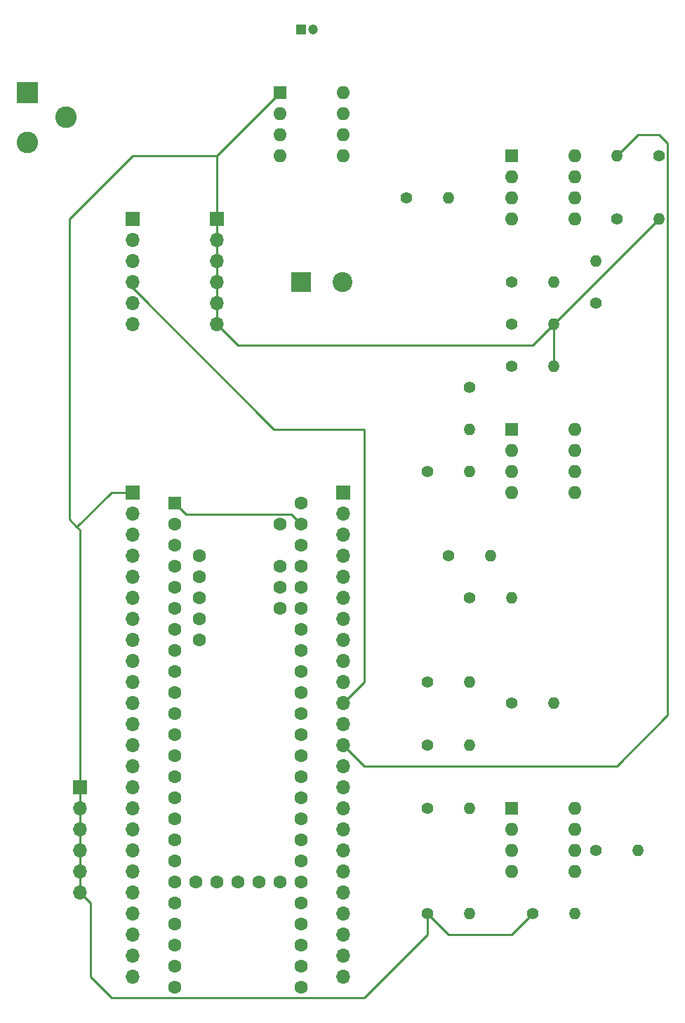
<source format=gbr>
%TF.GenerationSoftware,KiCad,Pcbnew,(5.1.10)-1*%
%TF.CreationDate,2021-10-06T15:46:29-04:00*%
%TF.ProjectId,dynamic clamp pcb,64796e61-6d69-4632-9063-6c616d702070,rev?*%
%TF.SameCoordinates,Original*%
%TF.FileFunction,Copper,L2,Bot*%
%TF.FilePolarity,Positive*%
%FSLAX46Y46*%
G04 Gerber Fmt 4.6, Leading zero omitted, Abs format (unit mm)*
G04 Created by KiCad (PCBNEW (5.1.10)-1) date 2021-10-06 15:46:29*
%MOMM*%
%LPD*%
G01*
G04 APERTURE LIST*
%TA.AperFunction,ComponentPad*%
%ADD10R,2.600000X2.600000*%
%TD*%
%TA.AperFunction,ComponentPad*%
%ADD11C,2.600000*%
%TD*%
%TA.AperFunction,ComponentPad*%
%ADD12R,2.400000X2.400000*%
%TD*%
%TA.AperFunction,ComponentPad*%
%ADD13C,2.400000*%
%TD*%
%TA.AperFunction,ComponentPad*%
%ADD14R,1.200000X1.200000*%
%TD*%
%TA.AperFunction,ComponentPad*%
%ADD15C,1.200000*%
%TD*%
%TA.AperFunction,ComponentPad*%
%ADD16R,1.700000X1.700000*%
%TD*%
%TA.AperFunction,ComponentPad*%
%ADD17O,1.700000X1.700000*%
%TD*%
%TA.AperFunction,ComponentPad*%
%ADD18O,1.400000X1.400000*%
%TD*%
%TA.AperFunction,ComponentPad*%
%ADD19C,1.400000*%
%TD*%
%TA.AperFunction,ComponentPad*%
%ADD20R,1.600000X1.600000*%
%TD*%
%TA.AperFunction,ComponentPad*%
%ADD21O,1.600000X1.600000*%
%TD*%
%TA.AperFunction,ComponentPad*%
%ADD22C,1.600000*%
%TD*%
%TA.AperFunction,Conductor*%
%ADD23C,0.250000*%
%TD*%
G04 APERTURE END LIST*
D10*
%TO.P,J2,1*%
%TO.N,-9V*%
X48260000Y-35560000D03*
D11*
%TO.P,J2,2*%
%TO.N,+9V*%
X48260000Y-41560000D03*
%TO.P,J2,3*%
%TO.N,N/C*%
X52960000Y-38560000D03*
%TD*%
D12*
%TO.P,C1,1*%
%TO.N,+9V*%
X81280000Y-58420000D03*
D13*
%TO.P,C1,2*%
%TO.N,-9V*%
X86280000Y-58420000D03*
%TD*%
D14*
%TO.P,C2,1*%
%TO.N,Net-(C2-Pad1)*%
X81280000Y-27940000D03*
D15*
%TO.P,C2,2*%
%TO.N,-9V*%
X82780000Y-27940000D03*
%TD*%
D16*
%TO.P,J1,1*%
%TO.N,0*%
X54610000Y-119380000D03*
D17*
%TO.P,J1,2*%
X54610000Y-121920000D03*
%TO.P,J1,3*%
X54610000Y-124460000D03*
%TO.P,J1,4*%
X54610000Y-127000000D03*
%TO.P,J1,5*%
X54610000Y-129540000D03*
%TO.P,J1,6*%
X54610000Y-132080000D03*
%TD*%
D16*
%TO.P,J4,1*%
%TO.N,Net-(J4-Pad1)*%
X60960000Y-50800000D03*
D17*
%TO.P,J4,2*%
%TO.N,Net-(J4-Pad2)*%
X60960000Y-53340000D03*
%TO.P,J4,3*%
%TO.N,Net-(J4-Pad3)*%
X60960000Y-55880000D03*
%TO.P,J4,4*%
%TO.N,Net-(J4-Pad4)*%
X60960000Y-58420000D03*
%TO.P,J4,5*%
%TO.N,N/C*%
X60960000Y-60960000D03*
%TO.P,J4,6*%
X60960000Y-63500000D03*
%TD*%
%TO.P,J6,24*%
%TO.N,Net-(J6-Pad24)*%
X60960000Y-142240000D03*
%TO.P,J6,23*%
%TO.N,Net-(J6-Pad23)*%
X60960000Y-139700000D03*
%TO.P,J6,22*%
%TO.N,Net-(J6-Pad22)*%
X60960000Y-137160000D03*
%TO.P,J6,21*%
%TO.N,Net-(J6-Pad21)*%
X60960000Y-134620000D03*
%TO.P,J6,20*%
%TO.N,Net-(J6-Pad20)*%
X60960000Y-132080000D03*
%TO.P,J6,19*%
%TO.N,Net-(J6-Pad19)*%
X60960000Y-129540000D03*
%TO.P,J6,18*%
%TO.N,Net-(J6-Pad18)*%
X60960000Y-127000000D03*
%TO.P,J6,17*%
%TO.N,Net-(J6-Pad17)*%
X60960000Y-124460000D03*
%TO.P,J6,16*%
%TO.N,Net-(J6-Pad16)*%
X60960000Y-121920000D03*
%TO.P,J6,15*%
%TO.N,Net-(J6-Pad15)*%
X60960000Y-119380000D03*
%TO.P,J6,14*%
%TO.N,Net-(J6-Pad14)*%
X60960000Y-116840000D03*
%TO.P,J6,13*%
%TO.N,Net-(J6-Pad13)*%
X60960000Y-114300000D03*
%TO.P,J6,12*%
%TO.N,Net-(J6-Pad12)*%
X60960000Y-111760000D03*
%TO.P,J6,11*%
%TO.N,Net-(J6-Pad11)*%
X60960000Y-109220000D03*
%TO.P,J6,10*%
%TO.N,Net-(J6-Pad10)*%
X60960000Y-106680000D03*
%TO.P,J6,9*%
%TO.N,Net-(J6-Pad9)*%
X60960000Y-104140000D03*
%TO.P,J6,8*%
%TO.N,Net-(J6-Pad8)*%
X60960000Y-101600000D03*
%TO.P,J6,7*%
%TO.N,Net-(J6-Pad7)*%
X60960000Y-99060000D03*
%TO.P,J6,6*%
%TO.N,Net-(J6-Pad6)*%
X60960000Y-96520000D03*
%TO.P,J6,5*%
%TO.N,Net-(J6-Pad5)*%
X60960000Y-93980000D03*
%TO.P,J6,4*%
%TO.N,Net-(J6-Pad4)*%
X60960000Y-91440000D03*
%TO.P,J6,3*%
%TO.N,Net-(J6-Pad3)*%
X60960000Y-88900000D03*
%TO.P,J6,2*%
%TO.N,Net-(J6-Pad2)*%
X60960000Y-86360000D03*
D16*
%TO.P,J6,1*%
%TO.N,0*%
X60960000Y-83820000D03*
%TD*%
%TO.P,J7,1*%
%TO.N,Net-(J7-Pad1)*%
X86360000Y-83820000D03*
D17*
%TO.P,J7,2*%
%TO.N,0*%
X86360000Y-86360000D03*
%TO.P,J7,3*%
%TO.N,Net-(J7-Pad3)*%
X86360000Y-88900000D03*
%TO.P,J7,4*%
%TO.N,Net-(J7-Pad4)*%
X86360000Y-91440000D03*
%TO.P,J7,5*%
%TO.N,Net-(J7-Pad5)*%
X86360000Y-93980000D03*
%TO.P,J7,6*%
%TO.N,Net-(J7-Pad6)*%
X86360000Y-96520000D03*
%TO.P,J7,7*%
%TO.N,Net-(J7-Pad7)*%
X86360000Y-99060000D03*
%TO.P,J7,8*%
%TO.N,Net-(J7-Pad8)*%
X86360000Y-101600000D03*
%TO.P,J7,9*%
%TO.N,Net-(J7-Pad9)*%
X86360000Y-104140000D03*
%TO.P,J7,10*%
%TO.N,Net-(J7-Pad10)*%
X86360000Y-106680000D03*
%TO.P,J7,11*%
%TO.N,Net-(J4-Pad4)*%
X86360000Y-109220000D03*
%TO.P,J7,12*%
%TO.N,Net-(J7-Pad12)*%
X86360000Y-111760000D03*
%TO.P,J7,13*%
%TO.N,Net-(J7-Pad13)*%
X86360000Y-114300000D03*
%TO.P,J7,14*%
%TO.N,Net-(J7-Pad14)*%
X86360000Y-116840000D03*
%TO.P,J7,15*%
%TO.N,Net-(J7-Pad15)*%
X86360000Y-119380000D03*
%TO.P,J7,16*%
%TO.N,Net-(J7-Pad16)*%
X86360000Y-121920000D03*
%TO.P,J7,17*%
%TO.N,Net-(J7-Pad17)*%
X86360000Y-124460000D03*
%TO.P,J7,18*%
%TO.N,Net-(J7-Pad18)*%
X86360000Y-127000000D03*
%TO.P,J7,19*%
%TO.N,Net-(J7-Pad19)*%
X86360000Y-129540000D03*
%TO.P,J7,20*%
%TO.N,Net-(J7-Pad20)*%
X86360000Y-132080000D03*
%TO.P,J7,21*%
%TO.N,Net-(J7-Pad21)*%
X86360000Y-134620000D03*
%TO.P,J7,22*%
%TO.N,Net-(J7-Pad22)*%
X86360000Y-137160000D03*
%TO.P,J7,23*%
%TO.N,Net-(J7-Pad23)*%
X86360000Y-139700000D03*
%TO.P,J7,24*%
%TO.N,Net-(J7-Pad24)*%
X86360000Y-142240000D03*
%TD*%
%TO.P,J5_GND1,6*%
%TO.N,0*%
X71120000Y-63500000D03*
%TO.P,J5_GND1,5*%
X71120000Y-60960000D03*
%TO.P,J5_GND1,4*%
X71120000Y-58420000D03*
%TO.P,J5_GND1,3*%
X71120000Y-55880000D03*
%TO.P,J5_GND1,2*%
X71120000Y-53340000D03*
D16*
%TO.P,J5_GND1,1*%
X71120000Y-50800000D03*
%TD*%
D18*
%TO.P,R1,2*%
%TO.N,Net-(R1-Pad2)*%
X99060000Y-48260000D03*
D19*
%TO.P,R1,1*%
%TO.N,Net-(R1-Pad1)*%
X93980000Y-48260000D03*
%TD*%
D18*
%TO.P,R2,2*%
%TO.N,0*%
X111760000Y-63500000D03*
D19*
%TO.P,R2,1*%
%TO.N,Net-(R1-Pad2)*%
X106680000Y-63500000D03*
%TD*%
%TO.P,R3,1*%
%TO.N,Net-(R1-Pad2)*%
X106680000Y-58420000D03*
D18*
%TO.P,R3,2*%
%TO.N,Net-(R3-Pad2)*%
X111760000Y-58420000D03*
%TD*%
D19*
%TO.P,R4,1*%
%TO.N,+9V*%
X116840000Y-60960000D03*
D18*
%TO.P,R4,2*%
%TO.N,Net-(R3-Pad2)*%
X116840000Y-55880000D03*
%TD*%
%TO.P,R5,2*%
%TO.N,0*%
X124460000Y-50800000D03*
D19*
%TO.P,R5,1*%
%TO.N,Net-(R5-Pad1)*%
X119380000Y-50800000D03*
%TD*%
%TO.P,R6,1*%
%TO.N,Net-(R5-Pad1)*%
X124460000Y-43180000D03*
D18*
%TO.P,R6,2*%
%TO.N,Net-(J7-Pad13)*%
X119380000Y-43180000D03*
%TD*%
D19*
%TO.P,R7,1*%
%TO.N,Net-(J7-Pad17)*%
X96520000Y-81280000D03*
D18*
%TO.P,R7,2*%
%TO.N,Net-(R7-Pad2)*%
X101600000Y-81280000D03*
%TD*%
%TO.P,R8,2*%
%TO.N,Net-(R7-Pad2)*%
X104140000Y-91440000D03*
D19*
%TO.P,R8,1*%
%TO.N,Net-(R18-Pad1)*%
X99060000Y-91440000D03*
%TD*%
%TO.P,R9,1*%
%TO.N,Net-(R10-Pad1)*%
X106680000Y-68580000D03*
D18*
%TO.P,R9,2*%
%TO.N,0*%
X111760000Y-68580000D03*
%TD*%
%TO.P,R10,2*%
%TO.N,Net-(R10-Pad2)*%
X101600000Y-76200000D03*
D19*
%TO.P,R10,1*%
%TO.N,Net-(R10-Pad1)*%
X101600000Y-71120000D03*
%TD*%
%TO.P,R11,1*%
%TO.N,Net-(R10-Pad2)*%
X96520000Y-106680000D03*
D18*
%TO.P,R11,2*%
%TO.N,Net-(R11-Pad2)*%
X101600000Y-106680000D03*
%TD*%
%TO.P,R12,2*%
%TO.N,Net-(J4-Pad2)*%
X101600000Y-121920000D03*
D19*
%TO.P,R12,1*%
%TO.N,Net-(R11-Pad2)*%
X96520000Y-121920000D03*
%TD*%
%TO.P,R13,1*%
%TO.N,Net-(R11-Pad2)*%
X96520000Y-114300000D03*
D18*
%TO.P,R13,2*%
%TO.N,Net-(R13-Pad2)*%
X101600000Y-114300000D03*
%TD*%
%TO.P,R14,2*%
%TO.N,Net-(R14-Pad2)*%
X101600000Y-134620000D03*
D19*
%TO.P,R14,1*%
%TO.N,0*%
X96520000Y-134620000D03*
%TD*%
%TO.P,R15,1*%
%TO.N,Net-(R13-Pad2)*%
X106680000Y-109220000D03*
D18*
%TO.P,R15,2*%
%TO.N,Net-(R15-Pad2)*%
X111760000Y-109220000D03*
%TD*%
D19*
%TO.P,R16,1*%
%TO.N,Net-(R15-Pad2)*%
X116840000Y-127000000D03*
D18*
%TO.P,R16,2*%
%TO.N,Net-(J4-Pad3)*%
X121920000Y-127000000D03*
%TD*%
%TO.P,R17,2*%
%TO.N,Net-(R17-Pad2)*%
X114300000Y-134620000D03*
D19*
%TO.P,R17,1*%
%TO.N,0*%
X109220000Y-134620000D03*
%TD*%
D18*
%TO.P,R18,2*%
%TO.N,-9V*%
X106680000Y-96520000D03*
D19*
%TO.P,R18,1*%
%TO.N,Net-(R18-Pad1)*%
X101600000Y-96520000D03*
%TD*%
D20*
%TO.P,U1,1*%
%TO.N,Net-(R1-Pad1)*%
X106680000Y-43180000D03*
D21*
%TO.P,U1,5*%
%TO.N,Net-(R3-Pad2)*%
X114300000Y-50800000D03*
%TO.P,U1,2*%
%TO.N,Net-(R1-Pad1)*%
X106680000Y-45720000D03*
%TO.P,U1,6*%
%TO.N,Net-(R5-Pad1)*%
X114300000Y-48260000D03*
%TO.P,U1,3*%
%TO.N,Net-(J4-Pad1)*%
X106680000Y-48260000D03*
%TO.P,U1,7*%
%TO.N,Net-(J7-Pad13)*%
X114300000Y-45720000D03*
%TO.P,U1,4*%
%TO.N,-9V*%
X106680000Y-50800000D03*
%TO.P,U1,8*%
%TO.N,+9V*%
X114300000Y-43180000D03*
%TD*%
D20*
%TO.P,U2,1*%
%TO.N,Net-(R10-Pad2)*%
X106680000Y-76200000D03*
D21*
%TO.P,U2,5*%
%TO.N,N/C*%
X114300000Y-83820000D03*
%TO.P,U2,2*%
%TO.N,Net-(R10-Pad1)*%
X106680000Y-78740000D03*
%TO.P,U2,6*%
%TO.N,N/C*%
X114300000Y-81280000D03*
%TO.P,U2,3*%
%TO.N,Net-(R7-Pad2)*%
X106680000Y-81280000D03*
%TO.P,U2,7*%
%TO.N,N/C*%
X114300000Y-78740000D03*
%TO.P,U2,4*%
%TO.N,-9V*%
X106680000Y-83820000D03*
%TO.P,U2,8*%
%TO.N,+9V*%
X114300000Y-76200000D03*
%TD*%
%TO.P,U3,8*%
%TO.N,+9V*%
X114300000Y-121920000D03*
%TO.P,U3,4*%
%TO.N,-9V*%
X106680000Y-129540000D03*
%TO.P,U3,7*%
%TO.N,Net-(J4-Pad3)*%
X114300000Y-124460000D03*
%TO.P,U3,3*%
%TO.N,Net-(R14-Pad2)*%
X106680000Y-127000000D03*
%TO.P,U3,6*%
%TO.N,Net-(R15-Pad2)*%
X114300000Y-127000000D03*
%TO.P,U3,2*%
%TO.N,Net-(R11-Pad2)*%
X106680000Y-124460000D03*
%TO.P,U3,5*%
%TO.N,Net-(R17-Pad2)*%
X114300000Y-129540000D03*
D20*
%TO.P,U3,1*%
%TO.N,Net-(R13-Pad2)*%
X106680000Y-121920000D03*
%TD*%
D21*
%TO.P,U4,8*%
%TO.N,Net-(C2-Pad1)*%
X86360000Y-35560000D03*
%TO.P,U4,4*%
%TO.N,N/C*%
X78740000Y-43180000D03*
%TO.P,U4,7*%
X86360000Y-38100000D03*
%TO.P,U4,3*%
%TO.N,+9V*%
X78740000Y-40640000D03*
%TO.P,U4,6*%
%TO.N,N/C*%
X86360000Y-40640000D03*
%TO.P,U4,2*%
%TO.N,-9V*%
X78740000Y-38100000D03*
%TO.P,U4,5*%
%TO.N,N/C*%
X86360000Y-43180000D03*
D20*
%TO.P,U4,1*%
%TO.N,0*%
X78740000Y-35560000D03*
%TD*%
D22*
%TO.P,U5,17*%
%TO.N,Net-(J6-Pad17)*%
X66040000Y-125730000D03*
%TO.P,U5,18*%
%TO.N,Net-(J6-Pad18)*%
X66040000Y-128270000D03*
%TO.P,U5,19*%
%TO.N,Net-(J6-Pad19)*%
X66040000Y-130810000D03*
%TO.P,U5,20*%
%TO.N,Net-(J6-Pad20)*%
X66040000Y-133350000D03*
%TO.P,U5,16*%
%TO.N,Net-(J6-Pad16)*%
X66040000Y-123190000D03*
%TO.P,U5,15*%
%TO.N,Net-(J6-Pad15)*%
X66040000Y-120650000D03*
%TO.P,U5,14*%
%TO.N,Net-(J6-Pad14)*%
X66040000Y-118110000D03*
%TO.P,U5,21*%
%TO.N,Net-(J6-Pad21)*%
X66040000Y-135890000D03*
%TO.P,U5,22*%
%TO.N,Net-(J6-Pad22)*%
X66040000Y-138430000D03*
%TO.P,U5,23*%
%TO.N,Net-(J6-Pad23)*%
X66040000Y-140970000D03*
%TO.P,U5,24*%
%TO.N,Net-(J6-Pad24)*%
X66040000Y-143510000D03*
%TO.P,U5,25*%
%TO.N,N/C*%
X68580000Y-130810000D03*
%TO.P,U5,26*%
X71120000Y-130810000D03*
%TO.P,U5,27*%
X73660000Y-130810000D03*
%TO.P,U5,28*%
X76200000Y-130810000D03*
%TO.P,U5,29*%
X78740000Y-130810000D03*
%TO.P,U5,30*%
%TO.N,Net-(J7-Pad24)*%
X81280000Y-143510000D03*
%TO.P,U5,31*%
%TO.N,Net-(J7-Pad23)*%
X81280000Y-140970000D03*
%TO.P,U5,32*%
%TO.N,Net-(J7-Pad22)*%
X81280000Y-138430000D03*
%TO.P,U5,33*%
%TO.N,Net-(J7-Pad21)*%
X81280000Y-135890000D03*
%TO.P,U5,34*%
%TO.N,Net-(J7-Pad20)*%
X81280000Y-133350000D03*
%TO.P,U5,35*%
%TO.N,Net-(J7-Pad19)*%
X81280000Y-130810000D03*
%TO.P,U5,36*%
%TO.N,Net-(J7-Pad18)*%
X81280000Y-128270000D03*
%TO.P,U5,37*%
%TO.N,Net-(J7-Pad17)*%
X81280000Y-125730000D03*
%TO.P,U5,13*%
%TO.N,Net-(J6-Pad13)*%
X66040000Y-115570000D03*
%TO.P,U5,12*%
%TO.N,Net-(J6-Pad12)*%
X66040000Y-113030000D03*
%TO.P,U5,11*%
%TO.N,Net-(J6-Pad11)*%
X66040000Y-110490000D03*
%TO.P,U5,10*%
%TO.N,Net-(J6-Pad10)*%
X66040000Y-107950000D03*
%TO.P,U5,9*%
%TO.N,Net-(J6-Pad9)*%
X66040000Y-105410000D03*
%TO.P,U5,8*%
%TO.N,Net-(J6-Pad8)*%
X66040000Y-102870000D03*
%TO.P,U5,7*%
%TO.N,Net-(J6-Pad7)*%
X66040000Y-100330000D03*
%TO.P,U5,6*%
%TO.N,Net-(J6-Pad6)*%
X66040000Y-97790000D03*
%TO.P,U5,5*%
%TO.N,Net-(J6-Pad5)*%
X66040000Y-95250000D03*
%TO.P,U5,4*%
%TO.N,Net-(J6-Pad4)*%
X66040000Y-92710000D03*
%TO.P,U5,3*%
%TO.N,Net-(J6-Pad3)*%
X66040000Y-90170000D03*
%TO.P,U5,2*%
%TO.N,Net-(J6-Pad2)*%
X66040000Y-87630000D03*
D20*
%TO.P,U5,1*%
%TO.N,0*%
X66040000Y-85090000D03*
D22*
%TO.P,U5,38*%
%TO.N,Net-(J7-Pad16)*%
X81280000Y-123190000D03*
%TO.P,U5,39*%
%TO.N,Net-(J7-Pad15)*%
X81280000Y-120650000D03*
%TO.P,U5,40*%
%TO.N,Net-(J7-Pad14)*%
X81280000Y-118110000D03*
%TO.P,U5,41*%
%TO.N,Net-(J7-Pad13)*%
X81280000Y-115570000D03*
%TO.P,U5,42*%
%TO.N,Net-(J7-Pad12)*%
X81280000Y-113030000D03*
%TO.P,U5,43*%
%TO.N,Net-(J4-Pad4)*%
X81280000Y-110490000D03*
%TO.P,U5,44*%
%TO.N,Net-(J7-Pad10)*%
X81280000Y-107950000D03*
%TO.P,U5,45*%
%TO.N,Net-(J7-Pad9)*%
X81280000Y-105410000D03*
%TO.P,U5,46*%
%TO.N,Net-(J7-Pad8)*%
X81280000Y-102870000D03*
%TO.P,U5,47*%
%TO.N,Net-(J7-Pad7)*%
X81280000Y-100330000D03*
%TO.P,U5,48*%
%TO.N,Net-(J7-Pad6)*%
X81280000Y-97790000D03*
%TO.P,U5,49*%
%TO.N,Net-(J7-Pad5)*%
X81280000Y-95250000D03*
%TO.P,U5,50*%
%TO.N,Net-(J7-Pad4)*%
X81280000Y-92710000D03*
%TO.P,U5,51*%
%TO.N,Net-(J7-Pad3)*%
X81280000Y-90170000D03*
%TO.P,U5,52*%
%TO.N,0*%
X81280000Y-87630000D03*
%TO.P,U5,53*%
%TO.N,Net-(J7-Pad1)*%
X81280000Y-85090000D03*
%TO.P,U5,54*%
%TO.N,N/C*%
X78740000Y-87630000D03*
%TO.P,U5,55*%
X78740000Y-92710000D03*
%TO.P,U5,56*%
X78740000Y-95250000D03*
%TO.P,U5,57*%
X78740000Y-97790000D03*
%TO.P,U5,58*%
X69040000Y-91440000D03*
%TO.P,U5,59*%
X69040000Y-93980000D03*
%TO.P,U5,60*%
X69040000Y-96520000D03*
%TO.P,U5,61*%
X69040000Y-99060000D03*
%TO.P,U5,62*%
X69040000Y-101600000D03*
%TD*%
D23*
%TO.N,0*%
X71120000Y-43180000D02*
X71120000Y-50800000D01*
X78740000Y-35560000D02*
X71120000Y-43180000D01*
X124460000Y-50800000D02*
X111760000Y-63500000D01*
X111760000Y-63500000D02*
X111760000Y-68580000D01*
X71120000Y-63500000D02*
X72195001Y-64575001D01*
X110684999Y-64575001D02*
X111760000Y-63500000D01*
X71120000Y-55880000D02*
X71120000Y-58420000D01*
X71120000Y-60960000D02*
X71120000Y-63500000D01*
X71120000Y-58420000D02*
X71120000Y-60960000D01*
X71120000Y-55880000D02*
X71120000Y-53340000D01*
X71120000Y-50800000D02*
X71120000Y-53340000D01*
X54610000Y-88356998D02*
X54610000Y-119380000D01*
X54610000Y-119380000D02*
X54610000Y-121920000D01*
X54610000Y-121920000D02*
X54610000Y-124460000D01*
X54610000Y-124460000D02*
X54610000Y-127000000D01*
X54610000Y-127000000D02*
X54610000Y-129540000D01*
X54610000Y-129540000D02*
X54610000Y-132080000D01*
X109220000Y-134620000D02*
X106680000Y-137160000D01*
X99060000Y-137160000D02*
X96520000Y-134620000D01*
X106680000Y-137160000D02*
X99060000Y-137160000D01*
X58420000Y-83820000D02*
X54246501Y-87993499D01*
X60960000Y-83820000D02*
X58420000Y-83820000D01*
X54246501Y-87993499D02*
X54610000Y-88356998D01*
X67404999Y-86454999D02*
X66040000Y-85090000D01*
X80104999Y-86454999D02*
X67404999Y-86454999D01*
X81280000Y-87630000D02*
X80104999Y-86454999D01*
X53340000Y-87086998D02*
X54246501Y-87993499D01*
X53340000Y-50800000D02*
X53340000Y-87086998D01*
X60960000Y-43180000D02*
X53340000Y-50800000D01*
X71120000Y-43180000D02*
X60960000Y-43180000D01*
X96520000Y-134620000D02*
X96520000Y-137160000D01*
X96520000Y-137160000D02*
X88900000Y-144780000D01*
X88900000Y-144780000D02*
X58420000Y-144780000D01*
X58420000Y-144780000D02*
X55880000Y-142240000D01*
X55880000Y-133350000D02*
X54610000Y-132080000D01*
X55880000Y-142240000D02*
X55880000Y-133350000D01*
X111760000Y-63500000D02*
X109220000Y-66040000D01*
X109220000Y-66040000D02*
X73660000Y-66040000D01*
X73660000Y-66040000D02*
X72195001Y-64575001D01*
%TO.N,Net-(J4-Pad4)*%
X86360000Y-109220000D02*
X88900000Y-106680000D01*
X88900000Y-106680000D02*
X88900000Y-76200000D01*
X60960000Y-59146998D02*
X60960000Y-58420000D01*
X78013002Y-76200000D02*
X60960000Y-59146998D01*
X88900000Y-76200000D02*
X78013002Y-76200000D01*
%TO.N,Net-(J7-Pad13)*%
X88900000Y-116840000D02*
X86360000Y-114300000D01*
X119380000Y-116840000D02*
X88900000Y-116840000D01*
X125535001Y-41715001D02*
X125535001Y-110684999D01*
X125535001Y-110684999D02*
X119380000Y-116840000D01*
X124460000Y-40640000D02*
X125535001Y-41715001D01*
X121920000Y-40640000D02*
X124460000Y-40640000D01*
X119380000Y-43180000D02*
X121920000Y-40640000D01*
%TD*%
M02*

</source>
